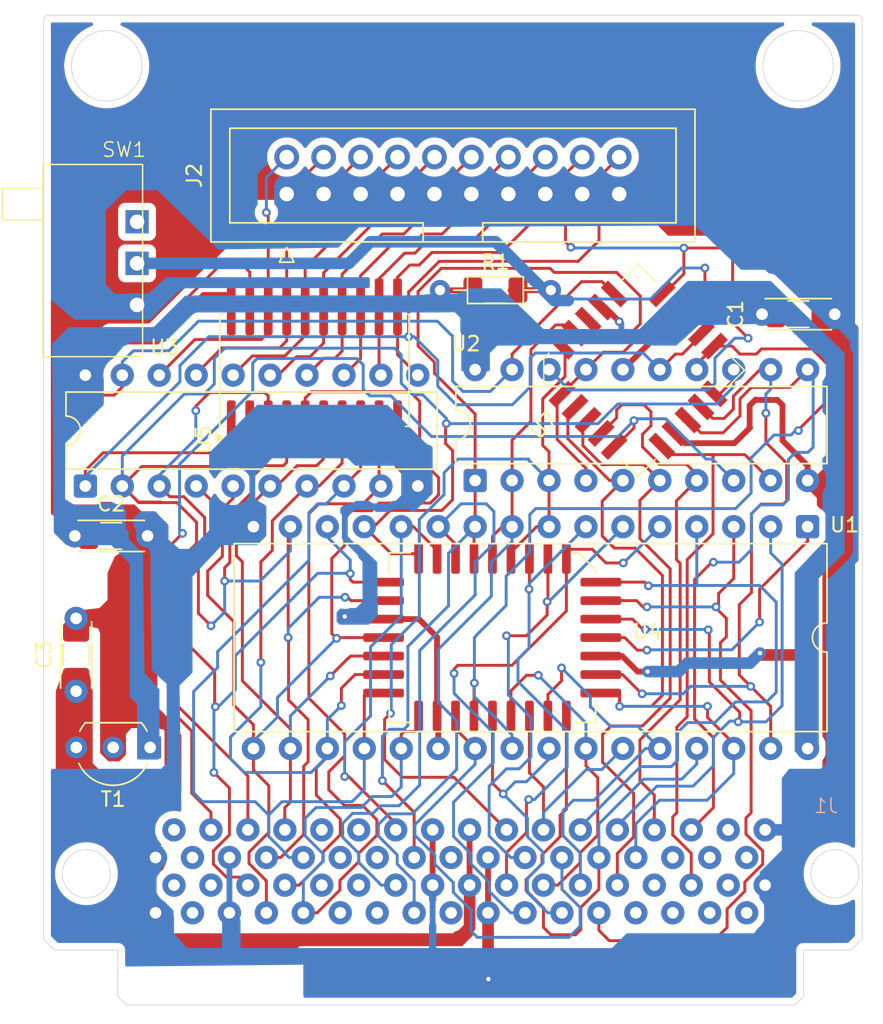
<source format=kicad_pcb>
(kicad_pcb
	(version 20241229)
	(generator "pcbnew")
	(generator_version "9.0")
	(general
		(thickness 1.6)
		(legacy_teardrops no)
	)
	(paper "A4")
	(layers
		(0 "F.Cu" signal)
		(2 "B.Cu" signal)
		(9 "F.Adhes" user "F.Adhesive")
		(11 "B.Adhes" user "B.Adhesive")
		(13 "F.Paste" user)
		(15 "B.Paste" user)
		(5 "F.SilkS" user "F.Silkscreen")
		(7 "B.SilkS" user "B.Silkscreen")
		(1 "F.Mask" user)
		(3 "B.Mask" user)
		(17 "Dwgs.User" user "User.Drawings")
		(19 "Cmts.User" user "User.Comments")
		(21 "Eco1.User" user "User.Eco1")
		(23 "Eco2.User" user "User.Eco2")
		(25 "Edge.Cuts" user)
		(27 "Margin" user)
		(31 "F.CrtYd" user "F.Courtyard")
		(29 "B.CrtYd" user "B.Courtyard")
		(35 "F.Fab" user)
		(33 "B.Fab" user)
		(39 "User.1" user)
		(41 "User.2" user)
		(43 "User.3" user)
		(45 "User.4" user)
	)
	(setup
		(pad_to_mask_clearance 0)
		(allow_soldermask_bridges_in_footprints no)
		(tenting front back)
		(pcbplotparams
			(layerselection 0x00000000_00000000_55555555_5755f5ff)
			(plot_on_all_layers_selection 0x00000000_00000000_00000000_00000000)
			(disableapertmacros no)
			(usegerberextensions no)
			(usegerberattributes yes)
			(usegerberadvancedattributes yes)
			(creategerberjobfile yes)
			(dashed_line_dash_ratio 12.000000)
			(dashed_line_gap_ratio 3.000000)
			(svgprecision 4)
			(plotframeref no)
			(mode 1)
			(useauxorigin no)
			(hpglpennumber 1)
			(hpglpenspeed 20)
			(hpglpendiameter 15.000000)
			(pdf_front_fp_property_popups yes)
			(pdf_back_fp_property_popups yes)
			(pdf_metadata yes)
			(pdf_single_document no)
			(dxfpolygonmode yes)
			(dxfimperialunits yes)
			(dxfusepcbnewfont yes)
			(psnegative no)
			(psa4output no)
			(plot_black_and_white yes)
			(sketchpadsonfab no)
			(plotpadnumbers no)
			(hidednponfab no)
			(sketchdnponfab yes)
			(crossoutdnponfab yes)
			(subtractmaskfromsilk no)
			(outputformat 1)
			(mirror no)
			(drillshape 1)
			(scaleselection 1)
			(outputdirectory "")
		)
	)
	(net 0 "")
	(net 1 "unconnected-(J1-DREQ5-Pad3)")
	(net 2 "unconnected-(J1-D11-Pad45)")
	(net 3 "/D7")
	(net 4 "unconnected-(J1-BCLK-Pad33)")
	(net 5 "unconnected-(J1-LRCLK-Pad66)")
	(net 6 "unconnected-(J1-D15-Pad47)")
	(net 7 "unconnected-(J1-D8-Pad10)")
	(net 8 "unconnected-(J1-NC-Pad31)")
	(net 9 "unconnected-(J1-NC-Pad65)")
	(net 10 "unconnected-(J1-~{DACK5}-Pad36)")
	(net 11 "unconnected-(J1-SYSCK-Pad32)")
	(net 12 "unconnected-(J1-D9-Pad44)")
	(net 13 "unconnected-(J1-D14-Pad13)")
	(net 14 "unconnected-(J1-~{IRQ10}-Pad37)")
	(net 15 "unconnected-(J1-+3.5V-Pad51)")
	(net 16 "unconnected-(J1-D12-Pad12)")
	(net 17 "unconnected-(J1-~{RESET}-Pad2)")
	(net 18 "unconnected-(J1-SDIN-Pad67)")
	(net 19 "unconnected-(J1-A21-Pad62)")
	(net 20 "unconnected-(J1-A19-Pad61)")
	(net 21 "unconnected-(J1-A22-Pad29)")
	(net 22 "unconnected-(J1-D13-Pad46)")
	(net 23 "unconnected-(J1-+3.5V-Pad17)")
	(net 24 "/A0")
	(net 25 "unconnected-(J1-~{SWR1}-Pad38)")
	(net 26 "unconnected-(J1-A23-Pad63)")
	(net 27 "unconnected-(J1-D10-Pad11)")
	(net 28 "/XCVR_B0")
	(net 29 "/XCVR_B1")
	(net 30 "/XCVR_B2")
	(net 31 "/XCVR_B3")
	(net 32 "/XCVR_B4")
	(net 33 "/EXT_STROBE")
	(net 34 "/XCVR_B6")
	(net 35 "/A1")
	(net 36 "/XCVR_B5")
	(net 37 "/XCVR_B7")
	(net 38 "/EXT_ACK")
	(net 39 "/~{XCVR_EN}")
	(net 40 "/A2")
	(net 41 "/A5")
	(net 42 "/A3")
	(net 43 "/A4")
	(net 44 "/UNK1")
	(net 45 "/A18")
	(net 46 "/A17")
	(net 47 "/A20")
	(net 48 "/~{CS0}")
	(net 49 "/~{SWR0}")
	(net 50 "/~{SRD}")
	(net 51 "/~{EEPROM_WR}")
	(net 52 "/D0")
	(net 53 "/~{EEPROM_OE}")
	(net 54 "VCC")
	(net 55 "/SWITCH")
	(net 56 "GND")
	(net 57 "/D1")
	(net 58 "/D2")
	(net 59 "/D3")
	(net 60 "/D4")
	(net 61 "/D5")
	(net 62 "unconnected-(SW1-A-Pad1)")
	(net 63 "/A6")
	(net 64 "/D6")
	(net 65 "+7.5V")
	(net 66 "/A7")
	(net 67 "/A9")
	(net 68 "/A8")
	(net 69 "/A10")
	(net 70 "/A11")
	(net 71 "/A12")
	(net 72 "/A13")
	(net 73 "/ROM_P1")
	(net 74 "/A14")
	(net 75 "/A15")
	(net 76 "/A16")
	(footprint "PR_Footprints:C_Disc_1206_P5.00mm" (layer "F.Cu") (at 91.734 92.329))
	(footprint "PR_Footprints:PLCC-32" (layer "F.Cu") (at 121.035093 99.1616 -90))
	(footprint "Connector_IDC:IDC-Header_2x10_P2.54mm_Vertical" (layer "F.Cu") (at 106.299 68.834 90))
	(footprint "PR_Footprints:C_Disc_1206_P5.00mm" (layer "F.Cu") (at 91.821 102.997 90))
	(footprint "PR_Footprints:PLCC-20" (layer "F.Cu") (at 130.556 81.026 45))
	(footprint "Package_DIP:DIP-20_W7.62mm" (layer "F.Cu") (at 92.456 88.9 90))
	(footprint "PR_Footprints:SOP-20" (layer "F.Cu") (at 108.204 80.941 90))
	(footprint "PR_Footprints:C_Disc_1206_P5.00mm" (layer "F.Cu") (at 138.978 77.089))
	(footprint "Package_TO_SOT_THT:TO-92L_Inline_Wide" (layer "F.Cu") (at 96.911 106.865 180))
	(footprint "PR_Footprints:R_Axial_DIN0204_L3.6mm_D1.6mm_P7.62mm_Horizontal" (layer "F.Cu") (at 116.84 75.438))
	(footprint "Package_DIP:DIP-20_W7.62mm" (layer "F.Cu") (at 119.253 88.519 90))
	(footprint "PR_Footprints:SPDT_Switch" (layer "F.Cu") (at 93.1418 73.9648))
	(footprint "Package_DIP:DIP-32_W15.24mm" (layer "F.Cu") (at 142.113 91.694 -90))
	(footprint "PR_Footprints:PIO_Connector" (layer "B.Cu") (at 118.872 114.803 180))
	(gr_circle
		(center 92.5322 115.540291)
		(end 91.8718 117.058158)
		(stroke
			(width 0.05)
			(type default)
		)
		(fill no)
		(layer "Edge.Cuts")
		(uuid "0d9b073b-59af-4d6e-bc46-e1215c1294af")
	)
	(gr_poly
		(pts
			(xy 90.35415 120.8024) (xy 89.5858 120.03405) (xy 89.5858 56.7652) (xy 89.8106 56.5404) (xy 145.6474 56.5404)
			(xy 145.8722 56.7652) (xy 145.8722 120.02135) (xy 145.09115 120.8024) (xy 141.8336 120.8024) (xy 141.8336 123.9774)
			(xy 141.2494 124.5616) (xy 95.2754 124.5616) (xy 94.6912 123.9774) (xy 94.6912 120.8024)
		)
		(stroke
			(width 0.05)
			(type solid)
		)
		(fill no)
		(layer "Edge.Cuts")
		(uuid "4bf50bd0-0d1d-4842-b85e-072ab4b6a635")
	)
	(gr_circle
		(center 93.9292 60.0202)
		(end 95.4278 58.1152)
		(stroke
			(width 0.05)
			(type default)
		)
		(fill no)
		(layer "Edge.Cuts")
		(uuid "e990a24a-17fe-410d-89d0-7424862cf658")
	)
	(gr_circle
		(center 143.9926 115.540291)
		(end 143.3322 117.058158)
		(stroke
			(width 0.05)
			(type default)
		)
		(fill no)
		(layer "Edge.Cuts")
		(uuid "f2581f96-4f9d-4789-a90b-23d7fe5c5e96")
	)
	(gr_circle
		(center 141.4526 60.0202)
		(end 142.9512 58.1152)
		(stroke
			(width 0.05)
			(type default)
		)
		(fill no)
		(layer "Edge.Cuts")
		(uuid "f492974a-7276-4ba9-9e7c-737d16726482")
	)
	(segment
		(start 109.1946 108.5342)
		(end 110.2868 107.442)
		(width 0.2)
		(layer "F.Cu")
		(net 3)
		(uuid "03c8cea2-e4db-4758-be02-687c9d4cfb16")
	)
	(segment
		(start 111.5568 90.1192)
		(end 112.776 88.9)
		(width 0.2)
		(layer "F.Cu")
		(net 3)
		(uuid "15a4839f-5df0-4c1a-a9a1-159418825118")
	)
	(segment
		(start 110.2868 105.9434)
		(end 107.823 103.4796)
		(width 0.2)
		(layer "F.Cu")
		(net 3)
		(uuid "27bf3a94-13a5-421c-aa46-fec933dc0a7b")
	)
	(segment
		(start 107.823 103.4796)
		(end 107.823 90.805)
		(width 0.2)
		(layer "F.Cu")
		(net 3)
		(uuid "2a35a125-a33f-4eb2-8255-94f09f77623f")
	)
	(segment
		(start 107.442 118.227)
		(end 108.3918 118.227)
		(width 0.2)
		(layer "F.Cu")
		(net 3)
		(uuid "3d47686d-a23e-4148-a419-2613d1f98006")
	)
	(segment
		(start 115.0874 105.7656)
		(end 115.3668 105.4862)
		(width 0.2)
		(layer "F.Cu")
		(net 3)
		(uuid "4487cb3a-ce2b-4bb9-a0d8-97a1a1e78dbf")
	)
	(segment
		(start 114.173 106.934)
		(end 114.173 105.9688)
		(width 0.2)
		(layer "F.Cu")
		(net 3)
		(uuid "46686d0e-928e-4f23-9918-af9b582cd5e0")
	)
	(segment
		(start 115.3668 105.4862)
		(end 115.3668 104.6988)
		(width 0.2)
		(layer "F.Cu")
		(net 3)
		(uuid "496ba09a-5190-4d34-a801-eee761b50c0f")
	)
	(segment
		(start 107.823 90.805)
		(end 108.5088 90.1192)
		(width 0.2)
		(layer "F.Cu")
		(net 3)
		(uuid "4a388d43-77ad-459d-b7f8-2e923d7109ea")
	)
	(segment
		(start 112.4712 112.9284)
		(end 112.4966 112.903)
		(width 0.2)
		(layer "F.Cu")
		(net 3)
		(uuid "71e357db-154b-4da1-ab3f-124fdcdc210d")
	)
	(segment
		(start 111.252 114.13995)
		(end 112.46355 112.9284)
		(width 0.2)
		(layer "F.Cu")
		(net 3)
		(uuid "780f8a1f-641a-46fa-b08e-f9e5fd1a7def")
	)
	(segment
		(start 114.173 105.9688)
		(end 114.3762 105.7656)
		(width 0.2)
		(layer "F.Cu")
		(net 3)
		(uuid "7b34e4b5-f302-4cf5-962f-937e87b6e747")
	)
	(segment
		(start 110.3122 110.8456)
		(end 110.2868 110.871)
		(width 0.2)
		(layer "F.Cu")
		(net 3)
		(uuid "7f1e9d80-bbfe-4f36-bbe2-8d1314c934da")
	)
	(segment
		(start 114.3762 105.7656)
		(end 115.0874 105.7656)
		(width 0.2)
		(layer "F.Cu")
		(net 3)
		(uuid "831ddaad-8d59-46ba-99d5-27287272395c")
	)
	(segment
		(start 110.2868 107.442)
		(end 110.2868 105.9434)
		(width 0.2)
		(layer "F.Cu")
		(net 3)
		(uuid "8515f0d3-7f86-488f-b926-8df64b71d26f")
	)
	(segment
		(start 108.3918 118.227)
		(end 109.9566 116.6622)
		(width 0.2)
		(layer "F.Cu")
		(net 3)
		(uuid "88a47f3a-563c-4b15-a476-3b64ec03ad11")
	)
	(segment
		(start 112.649 84.963)
		(end 112.649 88.773)
		(width 0.2)
		(layer "F.Cu")
		(net 3)
		(uuid "966d4d78-0df4-434d-a794-2a7fb7654efd")
	)
	(segment
		(start 109.1946 109.7788)
		(end 109.1946 108.5342)
		(width 0.2)
		(layer "F.Cu")
		(net 3)
		(uuid "9c2d88e5-b24e-44af-85c7-8e3ca5cd0b70")
	)
	(segment
		(start 111.252 114.71405)
		(end 111.252 114.13995)
		(width 0.2)
		(layer "F.Cu")
		(net 3)
		(uuid "a553b84b-9c7c-4d2f-9994-51df3643e166")
	)
	(segment
		(start 111.506 110.8456)
		(end 110.3122 110.8456)
		(width 0.2)
		(layer "F.Cu")
		(net 3)
		(uuid "bd515c00-13e2-441d-a51b-414e28b8834b")
	)
	(segment
		(start 112.4966 111.8362)
		(end 111.506 110.8456)
		(width 0.2)
		(layer "F.Cu")
		(net 3)
		(uuid "c204a512-04e4-4548-982e-50b99b750dd6")
	)
	(segment
		(start 112.649 88.773)
		(end 112.776 88.9)
		(width 0.2)
		(layer "F.Cu")
		(net 3)
		(uuid "cc19bd57-bb59-4938-9951-cc0a9f27c17e")
	)
	(segment
		(start 109.9566 116.00945)
		(end 111.252 114.71405)
		(width 0.2)
		(layer "F.Cu")
		(net 3)
		(uuid "d079cbed-97ca-4e18-b068-16fd9e7c3043")
	)
	(segment
		(start 109.9566 116.6622)
		(end 109.9566 116.00945)
		(width 0.2)
		(layer "F.Cu")
		(net 3)
		(uuid "eaf22a98-67bb-4a4b-a187-9d78f4698c36")
	)
	(segment
		(start 110.2868 110.871)
		(end 109.1946 109.7788)
		(width 0.2)
		(layer "F.Cu")
		(net 3)
		(uuid "ef15fd4a-bad4-4f3a-abf3-3ca5bf46ebbf")
	)
	(segment
		(start 112.4966 112.903)
		(end 112.4966 111.8362)
		(width 0.2)
		(layer "F.Cu")
		(net 3)
		(uuid "f98ee194-7491-4c3a-9f4f-62444c58da8f")
	)
	(segment
		(start 112.46355 112.9284)
		(end 112.4712 112.9284)
		(width 0.2)
		(layer "F.Cu")
		(net 3)
		(uuid "fdc6e259-b5d5-4899-9900-1831b584045c")
	)
	(segment
		(start 108.5088 90.1192)
		(end 111.5568 90.1192)
		(width 0.2)
		(layer "F.Cu")
		(net 3)
		(uuid "ff4babb4-d5aa-4477-907f-3e083224daca")
	)
	(segment
		(start 111.4371 110.9907)
		(end 108.3129 110.9907)
		(width 0.2)
		(layer "B.Cu")
		(net 3)
		(uuid "0afd2d94-ea96-4d65-807f-35c69adfd764")
	)
	(segment
		(start 107.442 116.03995)
		(end 107.442 118.227)
		(width 0.2)
		(layer "B.Cu")
		(net 3)
		(uuid "12ebc38c-0289-4182-b077-f4174b55682f")
	)
	(segment
		(start 108.8136 114.66835)
		(end 107.442 116.03995)
		(width 0.2)
		(layer "B.Cu")
		(net 3)
		(uuid "37a32e59-33cb-4462-8ba6-04050003c137")
	)
	(segment
		(start 107.569 111.7346)
		(end 107.569 112.94105)
		(width 0.2)
		(layer "B.Cu")
		(net 3)
		(uuid "3843b89e-5ba4-46c0-a4b5-2bb3a28b7fdc")
	)
	(segment
		(start 114.173 106.934)
		(end 114.173 109.5756)
		(width 0.2)
		(layer "B.Cu")
		(net 3)
		(uuid "5b01f88d-f85e-4981-ae6e-99a1cfeb310d")
	)
	(segment
		(start 112.1918 110.236)
		(end 111.4371 110.9907)
		(width 0.2)
		(layer "B.Cu")
		(net 3)
		(uuid "61222480-4214-4d41-914d-9741bbb52ee8")
	)
	(segment
		(start 114.173 109.5756)
		(end 113.5126 110.236)
		(width 0.2)
		(layer "B.Cu")
		(net 3)
		(uuid "6c0989bd-4aa2-41af-becc-cb86b111a5b3")
	)
	(segment
		(start 113.5126 110.236)
		(end 112.1918 110.236)
		(width 0.2)
		(layer "B.Cu")
		(net 3)
		(uuid "8d510cc6-c40c-4766-889e-3a98a648ad3d")
	)
	(segment
		(start 108.3129 110.9907)
		(end 107.569 111.7346)
		(width 0.2)
		(layer "B.Cu")
		(net 3)
		(uuid "c702d8e1-e105-41c3-9b37-e02909eb6cb6")
	)
	(segment
		(start 108.8136 114.18565)
		(end 108.8136 114.66835)
		(width 0.2)
		(layer "B.Cu")
		(net 3)
		(uuid "cc1d6e3d-7b96-473f-9d4c-3d285748e9ac")
	)
	(segment
		(start 107.569 112.94105)
		(end 108.8136 114.18565)
		(width 0.2)
		(layer "B.Cu")
		(net 3)
		(uuid "e9e0d16e-aaf4-4b71-aeec-79e25496f787")
	)
	(segment
		(start 113.792 112.0902)
		(end 113.5126 111.8108)
		(width 0.2)
		(layer "F.Cu")
		(net 24)
		(uuid "3b88f6f5-d8e7-465a-bdec-a07370122a8f")
	)
	(segment
		(start 115.0112 91.694)
		(end 116.6368 93.3196)
		(width 0.2)
		(layer "F.Cu")
		(net 24)
		(uuid "4096f9d3-945d-4eae-9d48-721ec3c6e327")
	)
	(segment
		(start 110.7694 109.0676)
		(end 110.5662 108.8644)
		(width 0.2)
		(layer "F.Cu")
		(net 24)
		(uuid "57477d5d-d95a-445d-8f57-64a9275a13ff")
	)
	(segment
		(start 113.5126 111.8108)
		(end 110.7694 109.0676)
		(width 0.2)
		(layer "F.Cu")
		(net 24)
		(uuid "810f7c54-bfe8-4fe6-b5eb-95487a5c5608")
	)
	(segment
		(start 110.5662 108.8644)
		(end 110.2868 108.8644)
		(width 0.2)
		(layer "F.Cu")
		(net 24)
		(uuid "a2b5dcc5-1fda-4d80-bc1e-543d19aa3af8")
	)
	(segment
		(start 114.173 91.694)
		(end 115.0112 91.694)
		(width 0.2)
		(layer "F.Cu")
		(net 24)
		(uuid "ab50188b-6bb2-4b4f-97e7-2053faf29b06")
	)
	(segment
		(start 113.792 112.527)
		(end 113.792 112.0902)
		(width 0.2)
		(layer "F.Cu")
		(net 24)
		(uuid "bdb5119a-e0d1-43ca-8069-70eb9eea46a3")
	)
	(segment
		(start 116.6368 93.3196)
		(end 116.6368 93.8784)
		(width 0.2)
		(layer "F.Cu")
		(net 24)
		(uuid "bf359df1-684a-4d8d-b0af-aa29a2d5296c")
	)
	(via
		(at 110.2868 108.8644)
		(size 0.6)
		(drill 0.3)
		(layers "F.Cu" "B.Cu")
		(net 24)
		(uuid "47946199-7be3-416d-a086-36e7b9a7dd25")
	)
	(segment
		(start 114.173 97.8408)
		(end 114.173 91.694)
		(width 0.2)
		(layer "B.Cu")
		(net 24)
		(uuid "078b23c7-665b-457a-8660-1e64ca077d39")
	)
	(segment
		(start 110.2868 108.8644)
		(end 110.2868 106.4768)
		(width 0.2)
		(layer "B.Cu")
		(net 24)
		(uuid "0c4e245f-cb50-4ba6-9a24-a05614789875")
	)
	(segment
		(start 112.0648 104.6988)
		(end 112.0648 99.949)
		(width 0.2)
		(layer "B.Cu")
		(net 24)
		(uuid "330536be-5ebe-4352-84a5-1ef083df1793")
	)
	(segment
		(start 110.2868 106.4768)
		(end 112.0648 104.6988)
		(width 0.2)
		(layer "B.Cu")
		(net 24)
		(uuid "b0bab347-68a6-4fc2-89cf-2b6af47309ed")
	)
	(segment
		(start 112.0648 99.949)
		(end 114.173 97.8408)
		(width 0.2)
		(layer "B.Cu")
		(net 24)
		(uuid "e542ff08-16d0-42e6-9a38-bded477ba475")
	)
	(segment
		(start 105.029 72.644)
		(end 105.029 70.231)
		(width 0.2)
		(layer "F.Cu")
		(net 28)
		(uuid "5df998eb-64e2-4eda-b6ee-c526c4d8da6b")
	)
	(segment
		(start 97.536 81.28)
		(end 99.984 78.832)
		(width 0.2)
		(layer "F.Cu")
		(net 28)
		(uuid "5e1997f1-af96-43b8-bec4-d56b79c5ee9f")
	)
	(segment
		(start 105.029 78.359)
		(end 105.029 76.581)
		(width 0.2)
		(layer "F.Cu")
		(net 28)
		(uuid "7a9e3d4c-92c9-4118-bfdf-a8c148336550")
	)
	(segment
		(start 105.029 76.581)
		(end 105.029 72.644)
		(width 0.2)
		(layer "F.Cu")
		(net 28)
		(uuid "815df4cc-5a9b-4f49-9899-c294c1cc6c50")
	)
	(segment
		(start 104.556 78.832)
		(end 105.029 78.359)
		(width 0.2)
		(layer "F.Cu")
		(net 28)
		(uuid "85bebfe5-7594-4e45-ab63-bdc77b72737c")
	)
	(segment
		(start 105.029 70.231)
		(end 104.902 70.104)
		(width 0.2)
		(layer "F.Cu")
		(net 28)
		(uuid "8916d479-ed3b-495e-b28e-402ae12b4db0")
	)
	(segment
		(start 99.984 78.832)
		(end 104.556 78.832)
		(width 0.2)
		(layer "F.Cu")
		(net 28)
		(uuid "c7088f51-3f02-45e2-bc1d-e1d3b9068114")
	)
	(via
		(at 104.902 70.104)
		(size 0.6)
		(drill 0.3)
		(layers "F.Cu" "B.Cu")
		(net 28)
		(uuid "fb81e435-847d-4630-896c-a2d296058e51")
	)
	(segment
		(start 104.902 70.104)
		(end 104.902 67.691)
		(width 0.2)
		(layer "B.Cu")
		(net 28)
		(uuid "5e5421f8-d5f4-4ba1-b850-65d3c7ac2e89")
	)
	(segment
		(start 104.902 67.691)
		(end 106.299 66.294)
		(width 0.2)
		(layer "B.Cu")
		(net 28)
		(uuid "5e9df8d1-f28b-43b1-9b3f-7d8d312c06d9")
	)
	(segment
		(start 106.299 76.581)
		(end 106.299 72.5678)
		(width 0.2)
		(layer "F.Cu")
		(net 29)
		(uuid "36f34c19-1c94-452c-aa66-63a5af405f1c")
	)
	(segment
		(start 107.45 71.4168)
		(end 106.5276 72.3392)
		(width 0.2)
		(layer "F.Cu")
		(net 29)
		(uuid "44edab86-fba0-4faf-8287-7ee5cd7be201")
	)
	(segment
		(start 106.299 78.9178)
		(end 105.8164 79.4004)
		(width 0.2)
		(layer "F.Cu")
		(net 29)
		(uuid "4cc7e4fa-b81a-4e5a-bd33-f7728c0a634c")
	)
	(segment
		(start 106.5276 72.3392)
		(end 106.527 72.3386)
		(width 0.2)
		(layer "F.Cu")
		(net 29)
		(uuid "5b99f9a0-c387-4deb-b626-0301b0449306")
	)
	(segment
		(start 106.299 76.581)
		(end 106.299 78.9178)
		(width 0.2)
		(layer "F.Cu")
		(net 29)
		(uuid "5e214913-e7f2-483d-925c-cac43a5780f8")
	)
	(segment
		(start 105.8164 79.4004)
		(end 101.854 79.4004)
		(width 0.2)
		(layer "F.Cu")
		(net 29)
		(uuid "6f2beaff-f798-4a74-bcce-6b5e3ca99c5d")
	)
	(segment
		(start 101.854 79.4004)
		(end 100.076 81.1784)
		(width 0.2)
		(layer "F.Cu")
		(net 29)
		(uuid "96d6cea6-b443-4997-b7df-e41b13c02498")
	)
	(segment
		(start 100.076 81.1784)
		(end 100.076 81.28)
		(width 0.2)
		(layer "F.Cu")
		(net 29)
		(uuid "afa914a4-0975-4c66-89c2-c4562e910c72")
	)
	(segment
		(start 108.839 66.294)
		(end 107.45 67.683)
		(width 0.2)
		(layer "F.Cu")
		(net 29)
		(uuid "c3276a2e-00a7-45b8-b118-39d2f1175174")
	)
	(segment
		(start 106.299 72.5678)
		(end 106.5276 72.3392)
		(width 0.2)
		(layer "F.Cu")
		(net 29)
		(uuid "d8d43276-4a1d-411a-97fb-16704d534e4d")
	)
	(segment
		(start 107.45 67.683)
		(end 107.45 71.4168)
		(width 0.2)
		(layer "F.Cu")
		(net 29)
		(uuid "ec148e19-6994-4e0d-82f4-0e60a6e2074f")
	)
	(segment
		(start 107.569 73.8886)
		(end 107.569 76.581)
		(width 0.2)
		(layer "F.Cu")
		(net 30)
		(uuid "3730780e-bc8e-45b1-bc05-76e03c1a32e9")
	)
	(segment
		(start 107.569 78.5622)
		(end 106.172 79.9592)
		(width 0.2)
		(layer "F.Cu")
		(net 30)
		(uuid "54d63529-24bb-4fed-accc-f0793c7c452b")
	)
	(segment
		(start 107.569 76.581)
		(end 107.569 78.5622)
		(width 0.2)
		(layer "F.Cu")
		(net 30)
		(uuid "554f3170-57d0-4fca-8245-c228abf46a5f")
	)
	(segment
		(start 111.379 66.294)
		(end 109.99 67.683)
		(width 0.2)
		(layer "F.Cu")
		(net 30)
		(uuid "5d326589-e4ac-43b2-af73-17c0f4eff105")
	)
	(segment
		(start 109.99 71.4676)
		(end 107.569 73.8886)
		(width 0.2)
		(layer "F.Cu")
		(net 30)
		(uuid "658947ba-4236-4568-9465-9b61282f98ba")
	)
	(segment
		(start 103.9368 79.9592)
		(end 102.616 81.28)
		(width 0.2)
		(layer "F.Cu")
		(net 30)
		(uuid "a7789b07-8497-4fff-b266-2c930e09cf5f")
	)
	(segment
		(start 106.172 79.9592)
		(end 103.9368 79.9592)
		(width 0.2)
		(layer "F.Cu")
		(net 30)
		(uuid "b8331926-2afb-4736-84a3-593f2fbaa5eb")
	)
	(segment
		(start 109.99 67.683)
		(end 109.99 71.4676)
		(width 0.2)
		(layer "F.Cu")
		(net 30)
		(uuid "e08247f9-164e-4b0d-9fe3-5e6099221dae")
	)
	(segment
		(start 113.919 66.294)
		(end 112.768 67.445)
		(width 0.2)
		(layer "F.Cu")
		(net 31)
		(uuid "03539835-eb88-4f77-848a-b42db44c90e1")
	)
	(segment
		(start 112.768 67.445)
		(end 112.768 70.3152)
		(width 0.2)
		(layer "F.Cu")
		(net 31)
		(uuid "45a51988-71c3-4415-8f04-e498417b2305")
	)
	(segment
		(start 108.839 74.2442)
		(end 108.839 76.581)
		(width 0.2)
		(layer "F.Cu")
		(net 31)
		(uuid "49a6dfb6-18f4-426d-b56e-758207b1b95a")
	)
	(segment
		(start 112.768 70.3152)
		(end 108.839 74.2442)
		(width 0.2)
		(layer "F.Cu")
		(net 31)
		(uuid "5d7ae97a-0e39-4a18-895f-dae873ea3f43")
	)
	(segment
		(start 107.8992 80.01)
		(end 108.839 79.0702)
		(width 0.2)
		(layer "F.Cu")
		(net 31)
		(uuid "787cb3bc-dc55-4900-8195-edd6d73547cd")
	)
	(segment
		(start 105.156 81.28)
		(end 105.7148 81.28)
		(width 0.2)
		(layer "F.Cu")
		(net 31)
		(uuid "8d29d35c-9e5a-423d-a338-c7781ae421c9")
	)
	(segment
		(start 106.9848 80.01)
		(end 107.8992 80.01)
		(width 0.2)
		(layer "F.Cu")
		(net 31)
		(uuid "b33f6442-f1ae-4a08-ae6e-b8fd8eb06221")
	)
	(segment
		(start 108.839 79.0702)
		(end 108.839 76.581)
		(width 0.2)
		(layer "F.Cu")
		(net 31)
		(uuid "ce8657a8-2c82-478c-a238-84a6013e9d8a")
	)
	(segment
		(start 105.7148 81.28)
		(end 106.9848 80.01)
		(width 0.2)
		(layer "F.Cu")
		(net 31)
		(uuid "dbcfd49f-b98a-4ecb-8578-d66e94538ca9")
	)
	(segment
		(start 115.308 67.445)
		(end 115.308 70.62)
		(width 0.2)
		(layer "F.Cu")
		(net 32)
		(uuid "2bbf8902-037c-4743-97d9-f99c2c77519b")
	)
	(segment
		(start 110.109 74.3458)
		(end 110.109 76.581)
		(width 0.2)
		(layer "F.Cu")
		(net 32)
		(uuid "3e035927-6112-4cca-b0c2-d1b876cea4dc")
	)
	(segment
		(start 112.8776 71.5772)
		(end 110.109 74.3458)
		(width 0.2)
		(layer "F.Cu")
		(net 32)
		(uuid "569041ac-728f-4256-ac59-601d82c1a76a")
	)
	(segment
		(start 116.459 66.294)
		(end 115.308 67.445)
		(width 0.2)
		(layer "F.Cu")
		(net 32)
		(uuid "656625cd-7031-480f-b0a2-42e45ce72d57")
	)
	(segment
		(start 115.308 70.62)
		(end 114.3508 71.5772)
		(width 0.2)
		(layer "F.Cu")
		(net 32)
		(uuid "7520acc7-7668-434e-bd7d-1fc655464c8c")
	)
	(segment
		(start 107.696 81.28)
		(end 108.8644 80.1116)
		(width 0.2)
		(layer "F.Cu")
		(net 32)
		(uuid "81f432fc-15ca-4806-bdbd-471e8ffe9301")
	)
	(segment
		(start 108.8644 80.1116)
		(end 109.6264 80.1116)
		(width 0.2)
		(layer "F.Cu")
		(net 32)
		(uuid "a8a4dfce-9d08-49db-bcc5-8fbcdecac8f9")
	)
	(segment
		(start 114.3508 71.5772)
		(end 112.8776 71.5772)
		(width 0.2)
		(layer "F.Cu")
		(net 32)
		(uuid "a94df64f-f5ca-4731-91e8-983d9d445221")
	)
	(segment
		(start 110.109 79.629)
		(end 110.109 76.581)
		(width 0.2)
		(layer "F.Cu")
		(net 32)
		(uuid "ad02d80f-972d-45ee-91f5-64e6c5889b6a")
	)
	(segment
		(start 109.6264 80.1116)
		(end 110.109 79.629)
		(width 0.2)
		(layer "F.Cu")
		(net 32)
		(uuid "d9f9397e-5183-47b4-acaa-ff084f1e96fd")
	)
	(segment
		(start 133.604 74.3204)
		(end 132.232672 75.691728)
		(width 0.2)
		(layer "F.Cu")
		(net 33)
		(uuid "16054086-8407-4106-810c-ae462ab62bc8")
	)
	(segment
		(start 132.232672 75.691728)
		(end 132.118565 75.691728)
		(width 0.2)
		(layer "F.Cu")
		(net 33)
		(uuid "1adb42d9-e868-4e86-b3e4-e46c13a1d24c")
	)
	(segment
		(start 136.3472 72.5424)
		(end 136.6012 72.5424)
		(width 0.2)
		(layer "F.Cu")
		(net 33)
		(uuid "2ee958cd-162d-4cf1-a88a-4481d2b28cc2")
	)
	(segment
		(start 133.604 72.5424)
		(end 136.3472 72.5424)
		(width 0.2)
		(layer "F.Cu")
		(net 33)
		(uuid "3025b4b5-96a7-40a3-a2ac-8848dadef9fb")
	)
	(segment
		(start 125.917 72.4062)
		(end 125.8316 72.4916)
		(width 0.2)
		(layer "F.Cu")
		(net 33)
		(uuid "41a27b81-b2c2-4814-b6da-67d83b4c5a98")
	)
	(segment
		(start 125.468 72.128)
		(end 125.468 67.445)
		(width 0.2)
		(layer "F.Cu")
		(net 33)
		(uuid "4f9d4998-0956-4df0-babe-b624f08d7264")
	)
	(segment
		(start 125.8316 72.4916)
		(end 125.468 72.128)
		(width 0.2)
		(layer "F.Cu")
		(net 33)
		(uuid "9baf6da4-7a01-4983-abab-1cf7b39cf93a")
	)
	(segment
		(start 136.6012 72.5424)
		(end 136.9568 72.898)
		(width 0.2)
		(layer "F.Cu")
		(net 33)
		(uuid "b0b4b78f-c388-4e27-8295-ac864b26b2c2")
	)
	(segment
		(start 133.604 72.5424)
		(end 133.604 74.3204)
		(width 0.2)
		(layer "F.Cu")
		(net 33)
		(uuid "c1ffca69-0bcd-441b-bc47-3173587e95e2")
	)
	(segment
		(start 136.9568 77.5208)
		(end 136.9568 77.6732)
		(width 0.2)
		(layer "F.Cu")
		(net 33)
		(uuid "c845cdc0-91f3-415d-a055-614820c0dd32")
	)
	(segment
		(start 125.468 67.445)
		(end 126.619 66.294)
		(width 0.2)
		(layer "F.Cu")
		(net 33)
		(uuid "dfc923b1-5e51-416b-88fe-fafdb6f92ae0")
	)
	(segment
		(start 136.9568 77.6732)
		(end 138.0236 78.74)
		(width 0.2)
		(layer "F.Cu")
		(net 33)
		(uuid "e1f6deda-6e49-4e21-9706-921ff34876cb")
	)
	(segment
		(start 136.9568 72.898)
		(end 136.9568 77.5208)
		(width 0.2)
		(layer "F.Cu")
		(net 33)
		(uuid "ed37d47c-ce8d-4006-914e-da076c99e002")
	)
	(via
		(at 133.604 72.5424)
		(size 0.6)
		(drill 0.3)
		(layers "F.Cu" "B.Cu")
		(net 33)
		(uuid "1e8b8d57-c286-4bdb-b1a4-d76a49fa6522")
	)
	(via
		(at 138.0236 78.74)
		(size 0.6)
		(drill 0.3)
		(layers "F.Cu" "B.Cu")
		(net 33)
		(uuid "7b378fa4-f9af-43cd-8105-15003a9e2a70")
	)
	(via
		(at 125.8316 72.4916)
		(size 0.6)
		(drill 0.3)
		(layers "F.Cu" "B.Cu")
		(net 33)
		(uuid "fba5aaba-8c40-48e4-b85a-b52ffdec5be1")
	)
	(segment
		(start 135.7376 80.1116)
		(end 137.1092 78.74)
		(width 0.2)
		(layer "B.Cu")
		(net 33)
		(uuid "07c52721-a97b-4521-81ae-6adbcc2e63b4")
	)
	(segment
		(start 124.333 80.899)
		(end 125.73 82.296)
		(width 0.2)
		(layer "B.Cu")
		(net 33)
		(uuid "1264ef8d-dd8b-429c-a1e2-675b34f4e1a9")
	)
	(segment
		(start 125.8824 72.5424)
		(end 133.604 72.5424)
		(width 0.2)
		(layer "B.Cu")
		(net 33)
		(uuid "1c294b8a-a119-4a60-a58c-3f1b463ad1a9")
	)
	(segment
		(start 135.2804 82.296)
		(end 135.7376 81.8388)
		(width 0.2)
		(layer "B.Cu")
		(net 33)
		(uuid "1ec34cdd-adeb-40be-ae56-a13bbeef49f9")
	)
	(segment
		(start 137.1092 78.74)
		(end 138.0236 78.74)
		(width 0.2)
		(layer "B.Cu")
		(net 33)
		(uuid "40c36203-33d5-4211-af04-96b58fba38a1")
	)
	(segment
		(start 135.7376 81.8388)
		(end 135.7376 80.1116)
		(width 0.2)
		(layer "B.Cu")
		(net 33)
		(uuid "6745f0db-e051-495a-aeb9-1bed40833447")
	)
	(segment
		(start 125.8316 72.4916)
		(end 125.8824 72.5424)
		(width 0.2)
		(layer "B.Cu")
		(net 33)
		(uuid "bbc8ebf3-e2de-463d-8efd-bf1e5597006f")
	)
	(segment
		(start 125.73 82.296)
		(end 135.2804 82.296)
		(width 0.2)
		(layer "B.Cu")
		(net 33)
		(uuid "ee83bc8f-5afe-42ff-afd5-1e29b78ea9a6")
	)
	(segment
		(start 112.649 81.153)
		(end 112.776 81.28)
		(width 0.2)
		(layer "F.Cu")
		(net 34)
		(uuid "130a18ec-649d-47a7-9626-64574c32cd49")
	)
	(segment
		(start 112.649 74.6506)
		(end 114.4016 72.898)
		(width 0.2)
		(layer "F.Cu")
		(net 34)
		(uuid "52d21705-d08a-4f91-8deb-9e0ae539752b")
	)
	(segment
		(start 115.1128 72.898)
		(end 115.824 72.1868)
		(width 0.2)
		(layer "F.Cu")
		(net 34)
		(uuid "68d8843e-79eb-4216-b737-faa80fec4d84")
	)
	(segment
		(start 114.4016 72.898)
		(end 115.1128 72.898)
		(width 0.2)
		(layer "F.Cu")
		(net 34)
		(uuid "71555daf-1f41-47bf-8267-624b3242e09a")
	)
	(segment
		(start 118.9736 72.1868)
		(end 120.377 70.7834)
		(width 0.2)
		(layer "F.Cu")
		(net 34)
		(uuid "73effea2-3996-4c58-b69f-3d3facfafdec")
	)
	(segment
		(start 115.824 72.1868)
		(end 118.9736 72.1868)
		(width 0.2)
		(layer "F.Cu")
		(net 34)
		(uuid "83062210-f5b3-40c0-b2a4-c0e1aa30059a")
	)
	(segment
		(start 120.377 67.456)
		(end 120.377 70.7834)
		(width 0.2)
		(layer "F.Cu")
		(net 34)
		(uuid "9dcf6959-c3d2-477c-b5c5-08c3ce71c17d")
	)
	(segment
		(start 112.649 76.581)
		(end 112.649 81.153)
		(width 0.2)
		(layer "F.Cu")
		(net 34)
		(uuid "c55c0038-ecb0-4144-b22d-cbd34bddd5f0")
	)
	(segment
		(start 121.539 66.294)
		(end 120.377 67.456)
		(width 0.2)
		(layer "F.Cu")
		(net 34)
		(uuid "cd979f96-a419-41ac-8586-ef39e0bcb9de")
	)
	(segment
		(start 112.649 76.581)
		(end 112.649 74.6506)
		(width 0.2)
		(layer "F.Cu")
		(net 34)
		(uuid "d044c2e9-cd81-4f90-8eb6-432b2637443b")
	)
	(segment
		(start 116.713 91.694)
		(end 117.9068 92.8878)
		(width 0.2)
		(layer "F.Cu")
		(net 35)
		(uuid "62dd65b7-df83-4405-afe2-df0f5f4f0835")
	)
	(segment
		(start 117.9068 92.8878)
		(end 117.9068 93.8784)
		(width 0.2)
		(layer "F.Cu")
		(net 35)
		(uuid "9fe59b2f-48bd-4197-bb07-92c6d647cc67")
	)
	(segment
		(start 120.5484 92.837)
		(end 120.5484 90.6526)
		(width 0.2)
		(layer "B.Cu")
		(net 35)
		(uuid "0c08bfbf-90ec-4035-aaf3-109820995160")
	)
	(segment
		(start 110.83025 111.3917)
		(end 110.151 112.07095)
		(width 0.2)
		(layer "B.Cu")
		(net 35)
		(uuid "1e6f857d-0b3b-4ea8-94e6-cb03a3630535")
	)
	(segment
		(start 111.5568 111.3917)
		(end 110.83025 111.3917)
		(width 0.2)
		(layer "B.Cu")
		(net 35)
		(uuid "71d6a308-aac6-416c-a9ab-8434a2b0eb89")
	)
	(segment
		(start 120.015 90.1192)
		(end 118.2878 90.1192)
		(width 0.2)
		(layer "B.Cu")
		(net 35)
		(uuid "7554558c-28df-4a3f-8e4c-196e3c863af7")
	)
	(segment
		(start 115.443 100.203)
		(end 119.2784 96.3676)
		(width 0.2)
		(layer "B.Cu")
		(net 35)
		(uuid "8e88855e-5739-495f-899c-0ef329b46643")
	)
	(segment
		(start 115.443 109.4486)
		(end 115.443 100.203)
		(width 0.2)
		(layer "B.Cu")
		(net 35)
		(uuid "953b5646-b84e-4026-962f-3c430f9a38f2")
	)
	(segment
		(start 112.80905 116.327)
		(end 113.792 116.327)
		(width 0.2)
		(layer "B.Cu")
		(net 35)
		(uuid "9b8f684f-b5d7-409e-87de-f90ec6045101")
	)
	(segment
		(start 110.151 113.03895)
		(end 111.252 114.13995)
		(width 0.2)
		(layer "B.Cu")
		(net 35)
		(uuid "9d67dc8b-cd20-4082-b12c-4b3382139909")
	)
	(segment
		(start 114.0206 110.871)
		(end 115.443 109.4486)
		(width 0.2)
		(layer "B.Cu")
		(net 35)
		(uuid "b358618c-8fd0-4245-a664-fe104423b824")
	)
	(segment
		(start 111.5568 111.3917)
		(end 112.2299 111.3917)
		(width 0.2)
		(layer "B.Cu")
		(net 35)
		(uuid "b4c75162-37e5-46ef-909d-4dbb0cd191e7")
	)
	(segment
		(start 111.252 114.13995)
		(end 111.252 114.76995)
		(width 0.2)
		(layer "B.Cu")
		(net 35)
		(uuid "c3dfab7d-cf43-469c-88df-24e63c234318")
	)
	(segment
		(start 119.253 94.107)
		(end 119.2784 94.107)
		(width 0.2)
		(layer "B.Cu")
		(net 35)
		(uuid "c5f21754-485a-4e09-8765-19c2d4784ce6")
	)
	(segment
		(start 118.2878 90.1192)
		(end 116.713 91.694)
		(width 0.2)
		(layer "B.Cu")
		(net 35)
		(uuid "cd4f839b-eace-477c-84a8-c1b112516651")
	)
	(segment
		(start 119.253 96.3422)
		(end 119.253 94.107)
		(width 0.2)
		(layer "B.Cu")
		(net 35)
		(uuid "d2d66269-08f5-4427-8a6f-5f02733149ba")
	)
	(segment
		(start 112.7506 110.871)
		(end 114.0206 110.871)
		(width 0.2)
		(layer "B.Cu")
		(net 35)
		(uuid "d2f098ea-2ef8-4d1a-bb4c-2b804a5dc819")
	)
	(segment
		(start 119.2784 94.107)
		(end 120.5484 92.837)
		(width 0.2)
		(layer "B.Cu")
		(net 35)
		(uuid "da5cd995-c8a0-4dc5-8a98-48602c59f839")
	)
	(segment
		(start 112.2299 111.3917)
		(end 112.7506 110.871)
		(width 0.2)
		(layer "B.Cu")
		(net 35)
		(uuid "dc384700-11b5-4d39-a0c5-bc6665a239c8")
	)
	(segment
		(start 119.2784 96.3676)
		(end 119.253 96.3422)
		(width 0.2)
		(layer "B.Cu")
		(net 35)
		(uuid "ec3d434e-909e-4c9f-9e50-5c540beb5790")
	)
	(segment
		(start 120.5484 90.6526)
		(end 120.015 90.1192)
		(width 0.2)
		(layer "B.Cu")
		(net 35)
		(uuid "f29cba03-74fc-4931-8c46-ab42523dd645")
	)
	(segment
		(start 110.151 112.07095)
		(end 110.151 113.03895)
		(width 0.2)
		(layer "B.Cu")
		(net 35)
		(uuid "f3873a2d-941b-4957-bd51-9b4c12839ab9")
	)
	(segment
		(start 111.252 114.76995)
		(end 112.80905 116.327)
		(width 0.2)
		(layer "B.Cu")
		(net 35)
		(uuid "fcbf5215-6ddf-4c3b-88c2-987282d84497")
	)
	(segment
		(start 111.379 80.137)
		(end 110.236 81.28)
		(width 0.2)
		(layer "F.Cu")
		(net 36)
		(uuid "0ed6ef83-c15a-4ae0-8746-c62b44ed7bb1")
	)
	(segment
		(start 114.9604 72.2884)
		(end 113.538 72.2884)
		(width 0.2)
		(layer "F.Cu")
		(net 36)
		(uuid "21a7362a-7d42-49e3-a720-a458442edfc8")
	)
	(segment
		(start 111.379 74.4474)
		(end 111.379 76.581)
		(width 0.2)
		(layer "F.Cu")
		(net 36)
		(uuid "2c9cb02b-168a-4bef-adf6-1f8a9fb247c6")
	)
	(segment
		(start 111.379 76.581)
		(end 111.379 80.137)
		(width 0.2)
		(layer "F.Cu")
		(net 36)
		(uuid "4512ea2d-b5e7-405b-8d1c-6487c95f0698")
	)
	(segment
		(start 115.6716 71.5772)
		(end 114.9604 72.2884)
		(width 0.2)
		(layer "F.Cu")
		(net 36)
		(uuid "658c1cbc-6cc0-40df-9a21-b61c13c31cce")
	)
	(segment
		(start 113.538 72.2884)
		(end 111.379 74.4474)
		(width 0.2)
		(layer "F.Cu")
		(net 36)
		(uuid "79e0e011-a044-4cb1-bd16-e6e81451085c")
	)
	(segment
		(start 117.61 67.683)
		(end 117.61 70.9596)
		(width 0.2)
		(layer "F.Cu")
		(net 36)
		(uuid "b55b1237-64ba-4170-8005-3f02dfe4688f")
	)
	(segment
		(start 118.999 66.294)
		(end 117.61 67.683)
		(width 0.2)
		(layer "F.Cu")
		(net 36)
		(uuid "c60d8cb3-3cf5-498e-9ba3-602c73ec5258")
	)
	(segment
		(start 116.9924 71.5772)
		(end 115.6716 71.5772)
		(width 0.2)
		(layer "F.Cu")
		(net 36)
		(uuid "cbea9744-22ec-4799-bcdd-704d67e45869")
	)
	(segment
		(start 117.61 70.9596)
		(end 116.9924 71.5772)
		(width 0.2)
		(layer "F.Cu")
		(net 36)
		(uuid "f9ebb18f-84b9-4404-ab23-e462c760daa5")
	)
	(segment
		(start 113.919 74.549)
		(end 114.7572 73.7108)
		(width 0.2)
		(layer "F.Cu")
		(net 37)
		(uuid "006feb76-78e5-4555-a9b3-bf090ad8bd07")
	)
	(segment
		(start 116.2812 72.8472)
		(end 121.0564 72.8472)
		(width 0.2)
		(layer "F.Cu")
		(net 37)
		(uuid "17d67f32-bc84-4fce-89ef-8ca44cadd778")
	)
	(segment
		(start 113.919 79.8322)
		(end 113.9444 79.8576)
		(width 0.2)
		(layer "F.Cu")
		(net 37)
		(uuid "2593949c-46a7-47da-85ed-84ae3a3fb9f8")
	)
	(segment
		(start 121.0564 72.8472)
		(end 122.928 70.9756)
		(width 0.2)
		(layer "F.Cu")
		(net 37)
		(uuid "8955bbf9-35e7-4442-91ac-6996e202e6f1")
	)
	(segment
		(start 114.7572 73.7108)
		(end 115.4176 73.7108)
		(width 0.2)
		(layer "F.Cu")
		(net 37)
		(uuid "8e021470-de94-4a32-9d35-5817b587b9d3")
	)
	(segment
		(start 113.919 76.581)
		(end 113.919 79.8322)
		(width 0.2)
		(layer "F.Cu")
		(net 37)
		(uuid "98ec8352-052a-405a-ad8c-743e95f17e26")
	)
	(segment
		(start 113.9444 79.8576)
		(end 113.9444 79.9084)
		(width 0.2)
		(layer "F.Cu")
		(net 37)
		(uuid "a49fafea-d9ef-488f-8dbd-c33453dffd4b")
	)
	(segment
		(start 113.9444 79.9084)
		(end 115.316 81.28)
		(width 0.2)
		(layer "F.Cu")
		(net 37)
		(uuid "b38e01e1-636f-41c9-a523-9e5fa8d997aa")
	)
	(segment
		(start 113.919 76.581)
		(end 113.919 74.549)
		(width 0.2)
		(layer "F.Cu")
		(net 37)
		(uuid "cc44371b-b258-4d39-8393-f6c4d827cf0e")
	)
	(segment
		(start 122.928 67.445)
		(end 124.079 66.294)
		(width 0.2)
		(layer "F.Cu")
		(net 37)
		(uuid "d83c3264-0087-4705-9bd5-6cabec421f0f")
	)
	(segment
		(start 115.4176 73.7108)
		(end 116.2812 72.8472)
		(width 0.2)
		(layer "F.Cu")
		(net 37)
		(uuid "d85f01dc-c4e4-4e96-b220-0011bbb287af")
	)
	(segment
		(start 122.928 70.9756)
		(end 122.928 67.445)
		(width 0.2)
		(layer "F.Cu")
		(net 37)
		(uuid "e768d367-6595-4618-8abb-7eaecb5e9d20")
	)
	(segment
		(start 127.77 67.683)
		(end 129.159 66.294)
		(width 0.2)
		(layer "F.Cu")
		(net 38)
		(uuid "050c4640-4f1b-42c5-ac61-aa2231fe364f")
	)
	(segment
		(start 114.681 75.565)
		(end 116.7892 73.4568)
		(width 0.2)
		(layer "F.Cu")
		(net 38)
		(uuid "0b2e7040-950d-4ca6-a1b9-fe4a58fde8e4")
	)
	(segment
		(start 134.812641 78.521959)
		(end 134.812641 78.385805)
		(width 0.2)
		(layer "F.Cu")
		(net 38)
		(uuid "318854f6-892a-4dcd-9bde-993cb412c206")
	)
	(segment
		(start 127.77 72.0264)
		(end 127.77 67.683)
		(width 0.2)
		(layer "F.Cu")
		(net 38)
		(uuid "33442b0f-1782-4243-a494-100201aeb66f")
	)
	(segment
		(start 116.7892 73.4568)
		(end 126.2888 73.4568)
		(width 0.2)
		(layer "F.Cu")
		(net 38)
		(uuid "35f495a0-55d4-484c-b8ff-951ccb01f0db")
	)
	(segment
		(start 93.6752 86.614)
		(end 102.361331 86.614)
		(width 0.2)
		(layer "F.Cu")
		(net 38)
		(uuid "3926e851-df0e-4bd7-bf81-49ccaf2877f5")
	)
	(segment
		(start 133.5024 79.8322)
		(end 134.812641 78.521959)
		(width 0.2)
		(layer "F.Cu")
		(net 38)
		(uuid "42b7bd6f-a6f1-4bc9-a507-cb2c5040c6a7")
	)
	(segment
		(start 102.489 86.486331)
		(end 102.489 84.963)
		(width 0.2)
		(layer "F.Cu")
		(net 38)
		(uuid "471c1cf0-4049-4bf7-a985-08a244bf9644")
	)
	(segment
		(start 133.0198 79.8322)
		(end 133.5024 79.8322)
		(width 0.2)
		(layer "F.Cu")
		(net 38)
		(uuid "7ac86014-6577-4a11-96e9-5062a43be2ff")
	)
	(segment
		(start 114.681 78.6384)
		(end 114.681 75.565)
		(width 0.2)
		(layer "F.Cu")
		(net 38)
		(uuid "8bdebcf3-983f-401e-99e3-f5db92e9578c")
	)
	(segment
		(start 126.3142 73.4822)
		(end 127.77 72.0264)
		(width 0.2)
		(layer "F.Cu")
		(net 38)
		(uuid "91cfbbbe-9443-42e9-9f97-9e347cbf972f")
	)
	(segment
		(start 102.361331 86.614)
		(end 102.489 86.486331)
		(width 0.2)
		(layer "F.Cu")
		(net 38)
		(uuid "a44b3990-6b3d-4a2a-af3d-86dfafba6a73")
	)
	(segment
		(start 92.456 88.9)
		(end 92.456 87.8332)
		(width 0.2)
		(layer "F.Cu")
		(net 38)
		(uuid "a8eb9b3f-fcd3-43c6-a017-0d61f57f0068")
	)
	(segment
		(start 126.2888 73.4568)
		(end 126.3142 73.4822)
		(width 0.2)
		(layer "F.Cu")
		(net 38)
		(uuid "b651e00c-13ec-42b0-962a-89ce6bf8fea6")
	)
	(segment
		(start 131.953 80.899)
		(end 133.0198 79.8322)
		(width 0.2)
		(layer "F.Cu")
		(net 38)
		(uuid "c61220b9-81f8-4dd7-a2ec-09fc763c7767")
	)
	(segment
		(start 92.456 87.8332)
		(end 93.6752 86.614)
		(width 0.2)
		(layer "F.Cu")
		(net 38)
		(uuid "e81fb1fd-8619-4cc0-9da9-129b9df12471")
	)
	(via
		(at 114.681 78.6384)
		(size 0.6)
		(drill 0.3)
		(layers "F.Cu" "B.Cu")
		(net 38)
		(uuid "b017a5d9-e3ed-4692-8ed5-3b97b4672232")
	)
	(segment
		(start 123.0376 80.1116)
		(end 123.0376 82.0928)
		(width 0.2)
		(layer "B.Cu")
		(net 38)
		(uuid "082789c2-7910-4f83-8e07-2b729f438d62")
	)
	(segment
		(start 116.6876 80.264)
		(end 115.062 78.6384)
		(width 0.2)
		(layer "B.Cu")
		(net 38)
		(uuid "09f7e1d0-4b87-47ce-86f9-5ebdc58799a1")
	)
	(segment
		(start 100.9396 78.6384)
		(end 98.9584 80.6196)
		(width 0.2)
		(layer "B.Cu")
		(net 38)
		(uuid "1ffe0abe-7642-4383-81c4-28e4dfa3d26f")
	)
	(segment
		(start 98.9584 80.6196)
		(end 98.9584 81.7372)
		(width 0.2)
		(layer "B.Cu")
		(net 38)
		(uuid "4294ac06-3605-48c4-9ebd-4befb072655b")
	)
	(segment
		(start 116.6876 82.042)
		(end 116.6876 80.264)
		(width 0.2)
		(layer "B.Cu")
		(net 38)
		(uuid "4881b118-fe6b-4b71-a51b-a9d1ae14580c")
	)
	(segment
		(start 114.681 78.6384)
		(end 100.9396 78.6384)
		(width 0.2)
		(layer "B.Cu")
		(net 38)
		(uuid "679424a5-7066-46ca-8315-560258e10c3a")
	)
	(segment
		(start 98.9584 81.7372)
		(end 92.456 88.2396)
		(width 0.2)
		(layer "B.Cu")
		(net 38)
		(uuid "76648954-19d8-4b1c-95c3-0c054f2e044e")
	)
	(segment
		(start 130.81 79.756)
		(end 123.3932 79.756)
		(width 0.2)
		(layer "B.Cu")
		(net 38)
		(uuid "80167cca-4219-4e2f-aa7b-d6503189ea69")
	)
	(segment
		(start 123.0376 82.0928)
		(end 121.8184 83.312)
		(width 0.2)
		(layer "B.Cu")
		(net 38)
		(uuid "9ac9251e-ed8d-4d0c-b9fe-dea0b2516c65")
	)
	(segment
		(start 117.9576 83.312)
		(end 116.6876 82.042)
		(width 0.2)
		(layer "B.Cu")
		(net 38)
		(uuid "b403b914-f10d-47cc-97ab-cb25d62be742")
	)
	(segment
		(start 121.8184 83.312)
		(end 117.9576 83.312)
		(width 0.2)
		(layer "B.Cu")
		(net 38)
		(uuid "b65fb67a-4f81-4555-9683-227019e214c8")
	)
	(segment
		(start 131.953 80.899)
		(end 130.81 79.756)
		(width 0.2)
		(layer "B.Cu")
		(net 38)
		(uuid "c5210df3-5aff-42dc-b34f-7d7fdaff678a")
	)
	(segment
		(start 123.3932 79.756)
		(end 123.0376 80.1116)
		(width 0.2)
		(layer "B.Cu")
		(net 38)
		(uuid "d1676dd1-e1e5-45e7-8bf6-e15bc7362ceb")
	)
	(segment
		(start 115.062 78.6384)
		(end 114.681 78.6384)
		(width 0.2)
		(layer "B.Cu")
		(net 38)
		(uuid "dcd76c88-85bf-4517-ac77-16444d388b9e")
	)
	(segment
		(start 92.456 88.2396)
		(end 92.456 88.9)
		(width 0.2)
		(layer "B.Cu")
		(net 38)
		(uuid "e5967991-ce9b-4c6c-9d2c-f2d1b6c6f08c")
	)
	(segment
		(start 91.6432 82.6516)
		(end 94.4372 82.6516)
		(width 0.2)
		(layer "F.Cu")
		(net 39)
		(uuid "053bce90-5ac1-4447-ab45-e3355329d4e3")
	)
	(segment
		(start 94.996 82.0928)
		(end 94.996 81.28)
		(width 0.2)
		(layer "F.Cu")
		(net 39)
		(uuid "18f498c6-5893-4127-976c-3bdc7f639cad")
	)
	(segment
		(start 93.0402 79.4258)
		(end 92.2274 79.4258)
		(width 0.2)
		(layer "F.Cu")
		(net 39)
		(uuid "1d140b5e-1dcc-4e48-8b96-6d30e397bf43")
	)
	(segment
		(start 101.5492 73.8886)
		(end 97.1042 78.3336)
		(width 0.2)
		(layer "F.Cu")
		(net 39)
		(uuid "23cffb7d-9a7f-408e-875e-87aead733c0c")
	)
	(segment
		(start 123.3551 78.0669)
		(end 126.5682 74.8538)
		(width 0.2)
		(layer "F.Cu")
		(net 39)
		(uuid "266c6744-a9f0-41fe-b17d-1e9061c25a74")
	)
	(segment
		(start 123.3551 78.2701)
		(end 123.3551 78.0669)
		(width 0.2)
		(layer "F.Cu")
		(net 39)
		(uuid "3dd9303c-a8c1-4ddb-9f9a-742f5a1abaae")
	)
	(segment
		(start 121.793 79.8322)
		(end 123.3551 78.2701)
		(width 0.2)
		(layer "F.Cu")
		(net 39)
		(uuid "43d53e60-184f-4d3a-bc92-136c67ed59e6")
	)
	(segment
		(start 94.4372 82.6516)
		(end 94.996 82.0928)
		(width 0.2)
		(layer "F.Cu")
		(net 39)
		(uuid "543e1c72-1e9c-4d2c-b48c-ff7994955b92")
	)
	(segment
		(start 94.1324 78.3336)
		(end 93.0402 79.4258)
		(width 0.2)
		(layer "F.Cu")
		(net 39)
		(uuid "64b2ad08-0ce9-410b-b467-935526f2d2b9")
	)
	(segment
		(start 92.2274 79.4258)
		(end 91.2622 80.391)
		(width 0.2)
		(layer "F.Cu")
		(net 39)
		(uuid "80f84de7-e70c-4df5-a9be-cbf55499ab30")
	)
	(segment
		(start 103.759 74.1934)
		(end 103.4542 73.8886)
		(width 0.2)
		(layer "F.Cu")
		(net 39)
		(uuid "86ba9968-1b0d-4e81-a378-9c7ff547bff6")
	)
	(segment
		(start 127.975902 74.8538)
		(end 128.821962 75.69986)
		(width 0.2)
		(layer "F.Cu")
		(net 39)
		(uuid "a9a157fb-eeca-49d4-886a-d7729e76cce5")
	)
	(segment
		(start 103.759 76.581)
		(end 103.759 74.1934)
		(width 0.2)
		(layer "F.Cu")
		(net 39)
		(uuid "ac88ca4f-ad4e-4727-818f-03233d92c12d")
	)
	(segment
		(start 103.4542 73.8886)
		(end 101.5492 73.8886)
		(width 0.2)
		(layer "F.Cu")
		(net 39)
		(uuid "b5eef8c7-9244-475b-be53-129757421acd")
	)
	(segment
		(start 121.793 80.899)
		(end 121.793 79.8322)
		(width 0.2)
		(layer "F.Cu")
		(net 39)
		(uuid "c2add126-562c-4e18-bd13-c38c759cfdc1")
	)
	(segment
		(start 91.2622 82.2706)
		(end 91.6432 82.6516)
		(width 0.2)
		(layer "F.Cu")
		(net 39)
		(uuid "e2446c8f-646a-4569-a6e2-c1c3449effc1")
	)
	(segment
		(start 97.1042 78.3336)
		(end 94.1324 78.3336)
		(width 0.2)
		(layer "F.Cu")
		(net 39)
		(uuid "e51ce7b1-c749-4d40-9e70-5df4d39b650a")
	)
	(segment
		(start 91.2622 80.391)
		(end 91.2622 82.2706)
		(width 0.2)
		(layer "F.Cu")
		(net 39)
		(uuid "f1b15f1b-2a1f-43ed-a639-00ecb4876a10")
	)
	(segment
		(start 126.5682 74.8538)
		(end 127.975902 74.8538)
		(width 0.2)
		(layer "F.Cu")
		(net 39)
		(uuid "f8599ffc-f94d-4fe0-a2ca-58e3da4d7f93")
	)
	(segment
		(start 117.6528 78.5622)
		(end 117.7036 78.5622)
		(width 0.2)
		(layer "B.Cu")
		(net 39)
		(uuid "365f6b34-49c8-4a50-926e-55f4e19a6e9e")
	)
	(segment
		(start 94.996 81.28)
		(end 94.996 80.3656)
		(width 0.2)
		(layer "B.Cu")
		(net 39)
		(uuid "41293b10-a7f7-4049-8d49-aa860d583685")
	)
	(segment
		(start 95.758 79.6036)
		(end 98.1964 79.6036)
		(width 0.2)
		(layer "B.Cu")
		(net 39)
		(uuid "4b688c1e-aa54-4612-a0e5-d9c375b9d29f")
	)
	(segment
		(start 98.1964 79.6036)
		(end 100.2284 77.5716)
		(width 0.2)
		(layer "B.Cu")
		(net 39)
		(uuid "5ba87a0c-73c2-414f-98d0-9c8a7800daa3")
	)
	(segment
		(start 120.2944 82.3976)
		(end 121.793 80.899)
		(width 0.2)
		(layer "B.Cu")
		(net 39)
		(uuid "62176cc7-240c-4436-be28-eaac04ae3200")
	)
	(segment
		(start 117.7036 78.5622)
		(end 117.7036 81.6864)
		(width 0.2)
		(layer "B.Cu")
		(net 39)
		(uuid "6230abe1-34fb-427b-9471-28bb7d08aa64")
	)
	(segment
		(start 116.6622 77.5716)
		(end 117.6528 78.5622)
		(width 0.2)
		(layer "B.Cu")
		(net 39)
		(uuid "6a2b3347-bab9-4225-b435-a3665e95c086")
	)
	(segment
		(start 100.2284 77.5716)
		(end 116.6622 77.5716)
		(width 0.2)
		(layer "B.Cu")
		(net 39)
		(uuid "da193a63-cf9e-432e-94ff-8fe3f6c7b419")
	)
	(segment
		(start 117.7036 81.6864)
		(end 118.4148 82.3976)
		(width 0.2)
		(layer "B.Cu")
		(net 39)
		(uuid "f0571911-2811-4219-9576-a8947b3745cb")
	)
	(segment
		(start 118.4148 82.3976)
		(end 120.2944 82.3976)
		(width 0.2)
		(layer "B.Cu")
		(net 39)
		(uuid "f15c071f-5145-46e2-8f32-527252cd5c93")
	)
	(segment
		(start 94.996 80.3656)
		(end 95.758 79.6036)
		(width 0.2)
		(layer "B.Cu")
		(net 39)
		(uuid "fde3e8d2-763d-45ec-a210-4607ee73b9b0")
	)
	(segment
		(start 116.459 80.391)
		(end 115.331 79.263)
		(width 0.2)
		(layer "F.Cu")
		(net 40)
		(uuid "1aaf3b7a-9c8f-4641-914b-005dc6eb6527")
	)
	(segment
		(start 124.4092 73.9394)
		(end 124.6886 74.2188)
		(width 0.2)
		(layer "F.Cu")
		(net 40)
		(uuid "1abd0da4-401f-4cad-8d19-c1618ced8346")
	)
	(segment
		(start 130.6068 77.7494)
		(end 129.5654 78.7908)
		(width 0.2)
		(layer "F.Cu")
		(net 40)
		(uuid "33f557f3-f177-409b-ac20-acd03c7a65d4")
	)
	(segment
		(start 119.1768 93.8784)
		(end 119.1768 91.7702)
		(width 0.2)
		(layer "F.Cu")
		(net 40)
		(uuid "34efaacc-f1d2-47a4-9abd-8cda583bfa75")
	)
	(segment
		(start 128.3208 78.7908)
		(end 127.025911 77.495911)
		(width 0.2)
		(layer "F.Cu")
		(net 40)
		(uuid "5063ffb5-9a17-4c3b-857d-b0438e3ff67b")
	)
	(segment
		(start 115.062 114.427)
		(end 115.062 111.3282)
		(width 0.2)
		(layer "F.Cu")
		(net 40)
		(uuid "5d4e65ee-401b-4aa3-b594-6377b6471381")
	)
	(segment
		(start 115.331 75.531372)
		(end 116.922972 73.9394)
		(width 0.2)
		(layer "F.Cu")
		(net 40)
		(uuid "5f6f2c46-fbc9-4a05-bb7f-1b0ce649e175")
	)
	(segment
		(start 116.922972 73.9394)
		(end 124.4092 73.9394)
		(width 0.2)
		(layer "F.Cu")
		(net 40)
		(uuid "6bb683cb-e381-4bd3-90c9-b37adf47eae1")
	)
	(segment
		(start 130.6068 75.8444)
		(end 130.6068 77.7494)
		(width 0.2)
		(layer "F.Cu")
		(net 40)
		(uuid "9f088f06-c2dc-4d29-b3e2-d1aee50a1e60")
	)
	(segment
		(start 115.331 79.263)
		(end 115.331 75.531372)
		(width 0.2)
		(layer "F.Cu")
		(net 40)
		(uuid "b6602d34-fc6e-4ae0-abe4-c6741f526ab7")
	)
	(segment
		(start 116.459 81.153)
		(end 116.459 80.391)
		(width 0.2)
		(layer "F.Cu")
		(net 40)
		(uuid "c5efb6cf-2bc9-4dd1-a6bc-befd427177cf")
	)
	(segment
		(start 119.253 83.947)
		(end 116.459 81.153)
		(width 0.2)
		(layer "F.Cu")
		(net 40)
		(uuid "c8d1bcf3-5bdb-4518-b562-c0b382b24f76")
	)
	(segment
		(start 119.253 91.694)
		(end 119.253 83.947)
		(width 0.2)
		(layer "F.Cu")
		(net 40)
		(uuid "c8e65926-b14e-4c96-88bb-3b3119e11f5c")
	)
	(segment
		(start 124.6886 74.2188)
		(end 128.9812 74.2188)
		(width 0.2)
		(layer "F.Cu")
		(net 40)
		(uuid "ce505285-06b8-4f85-8d14-f997e708c84d")
	)
	(segment
		(start 115.062 111.3282)
		(end 112.8776 109.1438)
		(width 0.2)
		(layer "F.Cu")
		(net 40)
		(uuid "d400006d-5c52-4177-86dc-df6afabb3d01")
	)
	(segment
		(start 129.5654 78.7908)
		(end 128.3208 78.7908)
		(width 0.2)
		(layer "F.Cu")
		(net 40)
		(uuid "f26e252d-e57b-42ff-84dc-1f3a09d63795")
	)
	(segment
		(start 128.9812 74.2188)
		(end 130.6068 75.8444)
		(width 0.2)
		(layer "F.Cu")
		(net 40)
		(uuid "f6716879-a6cc-4978-8d1e-781280978b33")
	)
	(segment
		(start 119.1768 91.7702)
		(end 119.253 91.694)
		(width 0.2)
		(layer "F.Cu")
		(net 40)
		(uuid "fcb1f530-d637-4b5e-a261-8b2400dc9926")
	)
	(via
		(at 112.8776 109.1438)
		(size 0.6)
		(drill 0.3)
		(layers "F.Cu" "B.Cu")
		(net 40)
		(uuid "1e2e8a0b-5c99-4440-a08f-b8c8c1c69b70")
	)
	(segment
		(start 114.4524 105.537)
		(end 114.3762 105.6132)
		(width 0.2)
		(layer "B.Cu")
		(net 40)
		(uuid "5b223658-6c4c-46de-9430-f37115930d3c")
	)
	(segment
		(start 117.4242 93.5228)
		(end 117.4242 93.7514)
		(width 0.2)
		(layer "B.Cu")
		(net 40)
		(uuid "63ae2979-492f-4ee4-8ce9-f9667d35e626")
	)
	(segment
		(start 119.253 91.694)
		(end 117.4242 93.5228)
		(width 0.2)
		(layer "B.Cu")
		(net 40)
		(uuid "674610d2-ee42-47ce-86df-8ba28555aba7")
	)
	(segment
		(start 114.6302 99.9236)
		(end 114.6302 99.9744)
		(width 0.2)
		(layer "B.Cu")
		(net 40)
		(uuid "7703329f-dfde-4e7f-b793-f62734748486")
	)
	(segment
		(start 117.4242 97.1296)
		(end 117.3734 97.1804)
		(width 0.2)
		(layer "B.Cu")
		(net 40)
		(uuid "7c0b92e8-930c-41f4-8754-fa2ef56646b1")
	)
	(segment
		(start 114.6302 105.3592)
		(end 114.4524 105.537)
		(width 0.2)
		(layer "B.Cu")
		(net 40)
		(uuid "842d6ecf-ad1d-489f-9dce-04b70cb39034")
	)
	(segment
		(start 113.5126 105.6132)
		(end 113.3602 105.6132)
		(width 0.2)
		(layer "B.Cu")
		(net 40)
		(uuid "8e398749-135f-41c9-ae52-87e04f7448a5")
	)
	(segment
		(start 112.8776 106.0958)
		(end 112.8776 109.1438)
		(width 0.2)
		(layer "B.Cu")
		(net 40)
		(uuid "9e51c34d-7ea2-4971-b1eb-f76cbd93a4b9")
	)
	(segment
		(start 113.3602 105.6132)
		(end 112.8776 106.0958)
		(width 0.2)
		(layer "B.Cu")
		(net 40)
		(uuid "a55b2554-3ea9-401f-8371-27b5765b0f8c")
	)
	(segment
		(start 114.6302 99.9236)
		(end 114.6302 105.3592)
		(width 0.2)
		(layer "B.Cu")
		(net 40)
		(uuid "a77a3d02-1825-45d2-9821-723fb80d9dc9")
	)
	(segment
		(start 114.3762 105.6132)
		(end 113.5126 105.6132)
		(width 0.2)
		(layer "B.Cu")
		(net 40)
		(uuid "b480dfcd-ea1e-4e1d-8d62-c52939b3834d")
	)
	(segment
		(start 117.3734 97.1804)
		(end 114.6302 99.9236)
		(width 0.2)
		(layer "B.Cu")
		(net 40)
		(uuid "bb4d48fb-0b96-4697-b622-8e7afbabcf6c")
	)
	(segment
		(start 117.4242 93.7514)
		(end 117.4242 97.1296)
		(width 0.2)
		(layer "B.Cu")
		(net 40)
		(uuid "bb566221-8770-416f-9a4c-f7b94bae06f7")
	)
	(segment
		(start 122.7836 110.5916)
		(end 122.936 110.4392)
		(width 0.2)
		(layer "F.Cu")
		(net 41)
		(uuid "04a8a5f6-fa4d-4ca6-b7c2-f42f00ea5200")
	)
	(segment
		(start 122.9868 93.8784)
		(end 122.9868 95.9612)
		(width 0.2)
		(layer "F.Cu")
		(net 41)
		(uuid "15e3dd3e-d34c-45b1-bbcf-f3aec879bc09")
	)
	(segment
		(start 122.7836 112.71245)
		(end 122.7836 110.5916)
		(width 0.2)
		(layer "F.Cu")
		(net 41)
		(uuid "285c28c5-17ed-4683-b98d-69261ad64f9a")
	)
	(segment
		(start 122.9868 95.9612)
		(end 122.9614 95.9866)
		(width 0.2)
		(layer "F.Cu")
		(net 41)
		(uuid "3dcb6897-0483-4b4e-a692-8600c8370aae")
	)
	(segment
		(start 121.412 114.08405)
		(end 122.7836 112.71245)
		(width 0.2)
		(layer "F.Cu")
		(net 41)
		(uuid "7f912165-6c62-4037-a8cd-8cb8aee0432f")
	)
	(segment
		(start 121.412 116.327)
		(end 121.412 114.08405)
		(width 0.2)
		(layer "F.Cu")
		(net 41)
		(uuid "d8c89b90-6b5f-4c1c-a349-4927cbb3293d")
	)
	(via
		(at 122.936 110.4392)
		(size 0.6)
		(drill 0.3)
		(layers "F.Cu" "B.Cu")
		(net 41)
		(uuid "89f3a89a-1d48-48bd-83b8-3ba1396aceac")
	)
	(via
		(at 122.9614 95.9866)
		(size 0.6)
		(drill 0.3)
		(layers "F.Cu" "B.Cu")
		(net 41)
		(uuid "94fe8d15-b95f-4d57-a82a-da556212b1c9")
	)
	(segment
		(start 122.1994 100.965)
		(end 122.1994 102.1334)
		(width 0.2)
		(layer "B.Cu")
		(net 41)
		(uuid "00ba5676-d596-4461-b1d5-2b3a8461bd15")
	)
	(segment
		(start 122.9614 95.9866)
		(end 122.9614 100.0252)
		(width 0.2)
		(layer "B.Cu")
		(net 41)
		(uuid "2033905c-a6cb-4c1e-98ab-6a3ba9543cbc")
	)
	(segment
		(start 122.9614 95.9866)
		(end 122.9614 95.6056)
		(width 0.2)
		(layer "B.Cu")
		(net 41)
		(uuid "29146dc4-24fd-492a-a2b4-e5e42e27c575")
	)
	(segment
		(start 122.8344 100.1522)
		(end 122.1994 100.7872)
		(width 0.2)
		(layer "B.Cu")
		(net 41)
		(uuid "2a8aa194-49ec-4090-8db5-02125d29f7d4")
	)
	(segment
		(start 122.1994 102.3366)
		(end 122.936 103.0732)
		(width 0.2)
		(layer "B.Cu")
		(net 41)
		(uuid "3b8b3886-9976-4045-8df2-3ede113bbcc4")
	)
	(segment
		(start 125.5776 105.7148)
		(end 125.5776 105.9942)
		(width 0.2)
		(layer "B.Cu")
		(net 41)
		(uuid "3dc0911f-7d99-4c67-b49a-5a09e1e56ba6")
	)
	(segment
		(start 125.4252 108.3564)
		(end 123.3424 110.4392)
		(width 0.2)
		(layer "B.Cu")
		(net 41)
		(uuid "416a5fde-ef83-402d-bc1d-7bae25fd749c")
	)
	(segment
		(start 122.9614 95.6056)
		(end 126.873 91.694)
		(width 0.2)
		(layer "B.Cu")
		(net 41)
		(uuid "4d9be2c7-8d4d-4d70-bee2-b7e76b85a129")
	)
	(segment
		(start 125.5776 108.204)
		(end 125.4252 108.3564)
		(width 0.2)
		(layer "B.Cu")
		(net 41)
		(uuid "4f6c1d6f-9f87-43d8-8e17-ded14622af8a")
	)
	(segment
		(start 122.936 103.0732)
		(end 125.5776 105.7148)
		(width 0.2)
		(layer "B.Cu")
		(net 41)
		(uuid "aa9bb957-73a3-4742-b33f-ebf81608012f")
	)
	(segment
		(start 122.1994 102.1334)
		(end 122.1994 102.3366)
		(width 0.2)
		(layer "B.Cu")
		(net 41)
		(uuid "ab30a7f2-751c-4e3f-93af-d04eb23ef733")
	)
	(segment
		(start 122.9614 100.0252)
		(end 122.8344 100.1522)
		(width 0.2)
		(layer "B.Cu")
		(net 41)
		(uuid "b071b3fe-2842-4ab9-8725-fabfc119f0f2")
	)
	(segment
		(start 123.3424 110.4392)
		(end 122.936 110.4392)
		(width 0.2)
		(layer "B.Cu")
		(net 41)
		(uuid "e16ded80-7f9f-4dcc-ba79-dd58691b679b")
	)
	(segment
		(start 125.5776 105.9942)
		(end 125.5776 108.204)
		(width 0.2)
		(layer "B.Cu")
		(net 41)
		(uuid "f84ebc24-2836-4b85-8adc-b5a3be998175")
	)
	(segment
		(start 122.1994 100.7872)
		(end 122.1994 100.965)
		(width 0.2)
		(layer "B.Cu")
		(net 41)
		(uuid "ff1cd0de-7b3c-4709-9511-f9c26d313881")
	)
	(segment
		(start 120.4468 92.3544)
		(end 121.1072 91.694)
		(width 0.2)
		(layer "F.Cu")
		(net 42)
		(uuid "03b14083-c64e-4cd0-8c8c-29f48d1e343e")
	)
	(segment
		(start 123.0884 79.5274)
		(end 123.0884 84.455)
		(width 0.2)
		(layer "F.Cu")
		(net 42)
		(uuid "24c50099-9bac-48e5-8a82-51cbec1a6697")
	)
	(segment
		(start 125.993536 78.393936)
		(end 125.4252 77.8256)
		(width 0.2)
		(layer "F.Cu")
		(net 42)
		(uuid "3c320c22-be25-425b-a1cb-9b5858fe0d30")
	)
	(segment
		(start 126.127885 78.393936)
		(end 125.993536 78.393936)
		(width 0.2)
		(layer "F.Cu")
		(net 42)
		(uuid "3dcc278a-1c1f-40e7-82ab-94aca1786781")
	)
	(segment
		(start 123.0884 84.455)
		(end 121.793 85.7504)
		(width 0.2)
		(layer "F.Cu")
		(net 42)
		(uuid "498272ef-fd48-4989-88d5-4864a66a5c5f")
	)
	(segment
		(start 125.4252 77.8256)
		(end 124.7902 77.8256)
		(width 0.2)
		(layer "F.Cu")
		(net 42)
		(uuid "60453083-df31-4c04-87fe-f49e4ff9014c")
	)
	(segment
		(start 124.7902 77.8256)
		(end 123.0884 79.5274)
		(width 0.2)
		(layer "F.Cu")
		(net 42)
		(uuid "64566d4b-b79b-4ac4-8182-f26fac358cf7")
	)
	(segment
		(start 120.4468 93.8784)
		(end 120.4468 92.3544)
		(width 0.2)
		(layer "F.Cu")
		(net 42)
		(uuid "86420e2c-16d1-4306-be1f-56b6b451823a")
	)
	(segment
		(start 121.793 85.7504)
		(end 121.793 88.519)
		(width 0.2)
		(layer "F.Cu")
		(net 42)
		(uuid "ead71888-4535-4684-8755-f40bb8c59eb2")
	)
	(segment
		(start 121.1072 91.694)
		(end 121.793 91.694)
		(width 0.2)
		(layer "F.Cu")
		(net 42)
		(uuid "ee2b66ac-236b-40df-b9fe-ed26e9254518")
	)
	(segment
		(start 121.793 88.519)
		(end 121.793 91.694)
		(width 0.2)
		(layer "F.Cu")
		(net 42)
		(uuid "fdc52a1d-bcd9-4a65-a157-c778b4caedaa")
	)
	(segment
		(start 117.983 108.3818)
		(end 114.9388 111.426)
		(width 0.2)
		(layer "B.Cu")
		(net 42)
		(uuid "294e799b-3bc0-47b5-80b7-6f580cfe54eb")
	)
	(segment
		(start 117.983 105.029)
		(end 117.983 108.3818)
		(width 0.2)
		(layer "B.Cu")
		(net 42)
		(uuid "47b9c720-95a2-4e45-8187-c98ddac54274")
	)
	(segment
		(start 116.713 100.1268)
		(end 116.713 103.759)
		(width 0.2)
		(layer "B.Cu")
		(net 42)
		(uuid "4daa8bbb-182f-414f-b81f-83f1438fa5f5")
	)
	(segment
		(start 121.793 92.71)
		(end 120.3706 94.1324)
		(width 0.2)
		(layer "B.Cu")
		(net 42)
		(uuid "5b8569c3-9a79-4092-b503-1ecbc182628b")
	)
	(segment
		(start 113.33595 111.426)
		(end 112.5982 112.16375)
		(width 0.2)
		(layer "B.Cu")
		(net 42)
		(uuid "814464ff-1e5f-47a7-a124-9a292dc60b36")
	)
	(segment
		(start 112.5982 112.16375)
		(end 112.5982 112.94615)
		(width 0.2)
		(layer "B.Cu")
		(net 42)
		(uuid "a1d36c9e-42f1-460a-be4a-f45e589fdf73")
	)
	(segment
		(start 120.3706 94.1324)
		(end 120.3706 96.4692)
		(width 0.2)
		(layer "B.Cu")
		(net 42)
		(uuid "a7ad93d8-e969-4c7d-9a6f-a180cee2ba06")
	)
	(segment
		(start 112.5982 112.94615)
		(end 113.8936 114.24155)
		(width 0.2)
		(layer "B.Cu")
		(net 42)
		(uuid "bafe5e3e-01f1-4604-995e-14d8e11594ca")
	)
	(segment
		(start 116.713 103.759)
		(end 117.983 105.029)
		(width 0.2)
		(layer "B.Cu")
		(net 42)
		(uuid "bd9b888d-1a00-4be9-95ec-d4eaa4e1017b")
	)
	(segment
		(start 113.8936 114.24155)
		(end 113.8936 114.87155)
		(width 0.2)
		(layer "B.Cu")
		(net 42)
		(uuid "c26319d8-b4b8-4cbd-8cac-472c56ad88ae")
	)
	(segment
		(start 120.3706 96.4692)
		(end 116.713 100.1268)
		(width 0.2)
		(layer "B.Cu")
		(net 42)
		(uuid "c4f7966a-8771-469f-82e5-77cd64ee05d0")
	)
	(segment
		(start 113.8936 114.87155)
		(end 115.062 116.03995)
		(width 0.2)
		(layer "B.Cu")
		(net 42)
		(uuid "d1377993-11c3-4827-954d-97990436216c")
	)
	(segment
		(start 121.793 91.694)
		(end 121.793 92.71)
		(width 0.2)
		(layer "B.Cu")
		(net 42)
		(uuid "ea202e30-61b4-46f2-87d8-8b15f723223a")
	)
	(segment
		(start 115.062 116.03995)
		(end 115.062 118.227)
		(width 0.2)
		(layer "B.Cu")
		(net 42)
		(uuid "f63f081b-5a02-4274-b1a9-338d3893245a")
	)
	(segment
		(start 114.9388 111.426)
		(end 113.33595 111.426)
		(width 0.2)
		(layer "B.Cu")
		(net 42)
		(uuid "f68c31c4-f720-43bf-b42d-48a345a612ea")
	)
	(segment
		(start 123.9012 86.106)
		(end 124.333 86.5378)
		(width 0.2)
		(layer "F.Cu")
		(net 43)
		(uuid "0509381a-7022-46ef-a12b-2a298b97dfbe")
	)
	(segment
		(start 121.7168 93.456432)
		(end 121.7168 93.8784)
		(width 0.2)
		(layer "F.Cu")
		(net 43)
		(uuid "139bee2e-9986-463a-b945-c82e7d8c955c")
	)
	(segment
		(start 113.03 104.9274)
		(end 113.03 107.696)
		(width 0.2)
		(layer "F.Cu")
		(net 43)
		(uuid "65a53b3b-9e0e-488b-85ba-f10a5533e060")
	)
	(segment
		(start 123.479232 91.694)
		(end 121.7168 93.456432)
		(width 0.2)
		(layer "F.Cu")
		(net 43)
		(uuid "831345d7-ba1c-4e79-ba3b-a64ca284efc5")
	)
	(segment
		(start 124.333 86.5378)
		(end 124.333 88.519)
		(width 0.2)
		(layer "F.Cu")
		(net 43)
		(uuid "99980c4f-21a6-4288-becf-a3726fae08bf")
	)
	(segment
		(start 124.333 91.694)
		(end 123.479232 91.694)
		(width 0.2)
		(layer "F.Cu")
		(net 43)
		(uuid "ab6f003d-4177-4e44-8232-ddb550504404")
	)
	(segment
		(start 125.434 81.3728)
		(end 125.434 79.496102)
		(width 0.2)
		(layer "F.Cu")
		(net 43)
		(uuid "b3bdc18c-4bfa-4558-972e-7a1c630be9e1")
	)
	(segment
		(start 123.9012 82.9056)
		(end 123.9012 86.106)
		(width 0.2)
		(layer "F.Cu")
		(net 43)
		(uuid "b42c0b3a-a63e-4f1c-8e1d-c2dbbb097b88")
	)
	(segment
		(start 113.4364 104.521)
		(end 113.03 104.9274)
		(width 0.2)
		(layer "F.Cu")
		(net 43)
		(uuid "bc9361d1-5fad-46f5-9443-1f0bf21f0e81")
	)
	(segment
		(start 124.333 88.519)
		(end 124.333 91.694)
		(width 0.2)
		(layer "F.Cu")
		(net 43)
		(uuid "c01d01f7-41c8-4195-86a1-b488c849ce8f")
	)
	(segment
		(start 124.1171 82.6897)
		(end 125.3236 81.4832)
		(width 0.2)
		(layer "F.Cu")
		(net 43)
		(uuid "c3252181-91c8-4700-a5a1-35fef5cc1ee9")
	)
	(segment
		(start 124.1171 82.6897)
		(end 123.9012 82.9056)
		(width 0.2)
		(layer "F.Cu")
		(net 43)
		(uuid "d16b3818-a609-4832-a78d-94e80b6696df")
	)
	(segment
		(start 124.1171 82.6897)
		(end 125.434 81.3728)
		(width 0.2)
		(layer "F.Cu")
		(net 43)
		(uuid "d402352b-2cf0-4788-b058-6a5e31aed4e6")
	)
	(segment
		(start 125.434 79.496102)
		(end 125.22986 79.291962)
		(width 0.2)
		(layer "F.Cu")
		(net 43)
		(uuid "d54872fd-6b8d-4572-b4cd-fc7e27af8cd5")
	)
	(segment
		(start 113.03 107.696)
		(end 114.2492 108.9152)
		(width 0.2)
		(layer "F.Cu")
		(net 43)
		(uuid "dca96ed1-d59b-4e13-a334-0aeb6a3442d2")
	)
	(segment
		(start 114.2492 108.9152)
		(end 117.8002 108.9152)
		(width 0.2)
		(layer "F.Cu")
		(net 43)
		(uuid "dd824fc7-b6fc-4a8e-8447-6761616a9ca7")
	)
	(segment
		(start 117.8002 108.9152)
		(end 121.412 112.527)
		(width 0.2)
		(layer "F.Cu")
		(net 43)
		(uuid "e042be9b-db69-4159-b7d0-8accbc569196")
	)
	(via
		(at 113.4364 104.521)
		(size 0.6)
		(drill 0.3)
		(layers "F.Cu" "B.Cu")
		(net 43)
		(uuid "4a0a09d1-99ed-4f14-8e60-87863347a29e")
	)
	(segment
		(start 122.936 87.122)
		(end 122.936 87.0458)
		(width 0.2)
		(layer "B.Cu")
		(net 43)
		(uuid "3a692c07-934a-4e49-a893-967fcab68510")
	)
	(segment
		(start 117.094 89.5096)
		(end 115.4176 91.186)
		(width 0.2)
		(layer "B.Cu")
		(net 43)
		(uuid "4185c9c2-7d22-45b0-90df-07d2e6318a4f")
	)
	(segment
		(start 115.4176 91.186)
		(end 115.4176 97.8662)
		(width 0.2)
		(layer "B.Cu")
		(net 43)
		(uuid "4207df2c-e1aa-40f3-bda2-5ab806395ab5")
	)
	(segment
		(start 113.4872 99.8474)
		(end 113.4872 104.4702)
		(width 0.2)
		(layer "B.Cu")
		(net 43)
		(uuid "5be5a7d8-b16c-41b0-bbbf-d04ff639a01a")
	)
	(segment
		(start 122.936 87.0458)
		(end 118.0592 87.0458)
		(width 0.2)
		(layer "B.Cu")
		(net 43)
		(uuid "7682366b-ef4c-4816-843c-76ecc9062707")
	)
	(segment
		(start 113.4872 104.4702)
		(end 113.4364 104.521)
		(width 0.2)
		(layer "B.Cu")
		(net 43)
		(uuid "84e11778-1780-49a4-8ad1-eba8f0f47eee")
	)
	(segment
		(start 124.333 88.519)
		(end 122.936 87.122)
		(width 0.2)
		(layer "B.Cu")
		(net 43)
		(uuid "96c0b9ce-bfe2-4852-baa4-deb5139b4347")
	)
	(segment
		(start 117.1194 87.9856)
		(end 117.1194 89.5096)
		(width 0.2)
		(layer "B.Cu")
		(net 43)
		(uuid "9e0b5081-6d9f-4167-bef3-375b48dcf54e")
	)
	(segment
		(start 113.4872 99.7966)
		(end 113.4872 99.8474)
		(width 0.2)
		(layer "B.Cu")
		(net 43)
		(uuid "c05b04f0-da83-484a-ac87-15b4d459d4a1")
	)
	(segment
		(start 117.729 87.376)
		(end 117.1194 87.9856)
		(width 0.2)
		(layer "B.Cu")
		(net 43)
		(uuid "cd0ce70a-c419-461e-ac1c-3f6072be74da")
	)
	(segment
		(start 117.1194 89.5096)
		(end 117.094 89.5096)
		(width 0.2)
		(layer "B.Cu")
		(net 43)
		(uuid "d34d797a-aded-48a3-9c13-e41411b4c19f")
	)
	(segment
		(start 115.4176 97.8662)
		(end 115.2144 98.0694)
		(width 0.2)
		(layer "B.Cu")
		(net 43)
		(uuid "d73bf664-b82f-416a-a940-1ceae123c4d7")
	)
	(segment
		(start 118.0592 87.0458)
		(end 117.729 87.376)
		(width 0.2)
		(layer "B.Cu")
		(net 43)
		(uuid "dd5277bd-c3be-4b52-b541-cbb5f434cd52")
	)
	(segment
		(start 115.2144 98.0694)
		(end 113.4872 99.7966)
		(width 0.2)
		(layer "B.Cu")
		(net 43)
		(uuid "e018cd31-dd9c-4254-9fa8-1cbb47479e34")
	)
	(segment
		(start 125.221728 82.588565)
		(end 124.890675 82.919618)
		(width 0.2)
		(layer "F.Cu")
		(net 44)
		(uuid "01b21118-c542-42a2-a975-b05c1107e997")
	)
	(segment
		(start 125.221728 82.550272)
		(end 126.873 80.899)
		(width 0.2)
		(layer "F.Cu")
		(net 44)
		(uuid "07941b54-2736-4ffb-995a-f3a5f393437e")
	)
	(segment
		(start 129.4638 79.7052)
		(end 129.4638 79.6798)
		(width 0.2)
		(layer "F.Cu")
		(net 44)
		(uuid "22445248-f8e5-43a9-9df4-f65b0e9ca5ad")
	)
	(segment
		(start 124.890675 82.919618)
		(end 124.890675 85.698475)
		(width 0.2)
		(layer "F.Cu")
		(net 44)
		(uuid "4443e36b-4fb8-445b-9bc1-aaa1d1fe671a")
	)
	(segment
		(start 133.01659 76.73661)
		(end 133.01659 76.589753)
		(width 0.2)
		(layer "F.Cu")
		(net 44)
		(uuid "6ba17b1c-b18b-4dc1-bf49-b06866f7168c")
	)
	(segment
		(start 124.890675 85.698475)
		(end 126.873 87.6808)
		(width 0.2)
		(layer "F.Cu")
		(net 44)
		(uuid "6d72c097-3db3-4d4a-a55f-94d86de30cc7")
	)
	(segment
		(start 125.221728 82.588565)
		(end 125.221728 82.550272)
		(width 0.2)
		(layer "F.Cu")
		(net 44)
		(uuid "8664f2e3-0d31-48cc-b41e-bc5ec0835fb5")
	)
	(segment
		(start 126.873 80.899)
		(end 128.0668 79.7052)
		(width 0.2)
		(layer "F.Cu")
		(net 44)
		(uuid "9525e047-791e-448b-9c1c-1222d029048e")
	)
	(segment
		(start 126.873 87.6808)
		(end 126.873 88.519)
		(width 0.2)
		(layer "F.Cu")
		(net 44)
		(uuid "c6dd9499-51c1-48b1-90b4-68aff4305fa6")
	)
	(segment
		(start 128.0668 79.7052)
		(end 129.4638 79.7052)
		(width 0.2)
		(layer "F.Cu")
		(net 44)
		(uuid "c86c41b0-242d-402d-b534-34a886dda12a")
	)
	(segment
		(start 131.3942 77.7494)
		(end 132.0038 77.7494)
		(width 0.2)
		(layer "F.Cu")
		(net 44)
		(uuid "f1d411b1-8dcb-471d-a83a-9aabbec65e66")
	)
	(segment
		(start 129.4638 79.6798)
		(end 131.3942 77.7494)
		(width 0.2)
		(layer "F.Cu")
		(net 44)
		(uuid "f96e1701-3823-4f2f-abae-90115d567cf7")
	)
	(segment
		(start 132.0038 77.7494)
		(end 133.01659 76.73661)
		(width 0.2)
		(layer "F.Cu")
		(net 44)
		(uuid "fbcf5f41-735f-4672-bb95-53ab82d76042")
	)
	(segment
		(start 129.159 104.0384)
		(end 129.1844 104.0384)
		(width 0.2)
		(layer "F.Cu")
		(net 45)
		(uuid "0055b8c6-96dd-44b7-aa8c-7deff32fcb8a")
	)
	(segment
		(start 127.9906 90.0176)
		(end 127.9906 92.329)
		(width 0.2)
		(layer "F.Cu")
		(net 45)
		(uuid "0bdd76b4-d85c-4d7e-93fe-41e1208821cb")
	)
	(segment
		(start 135.2296 104.0384)
		(end 135.2296 104.8004)
		(width 0.2)
		(layer "F.Cu")
		(net 45)
		(uuid "1ec39e26-4440-4b73-b599-7755ec465276")
	)
	(segment
		(start 128.7018 93.0402)
		(end 128.8288 93.1672)
		(width 0.2)
		(layer "F.Cu")
		(net 45)
		(uuid "24dc3e3f-905f-455c-a88d-c88fc461e4ef")
	)
	(segment
		(start 127.8939 103.124)
		(end 129.0574 103.124)
		(width 0.2)
		(layer "F.Cu")
		(net 45)
		(uuid "462a794c-9363-449f-89b8-ff3f2d38e0d5")
	)
	(segment
		(start 129.1844 104.0384)
		(end 129.1844 103.505)
		(width 0.2)
		(layer "F.Cu")
		(net 45)
		(uuid "5228baa2-db94-4c94-960a-dcadf7879b64")
	)
	(segment
		(start 137.033 106.6038)
		(end 137.033 106.934)
		(width 0.2)
		(layer "F.Cu")
		(net 45)
		(uuid "5a065560-b322-4d9b-bd40-b9572e882b53")
	)
	(segment
		(start 129.1844 103.251)
		(end 129.1844 1
... [251224 chars truncated]
</source>
